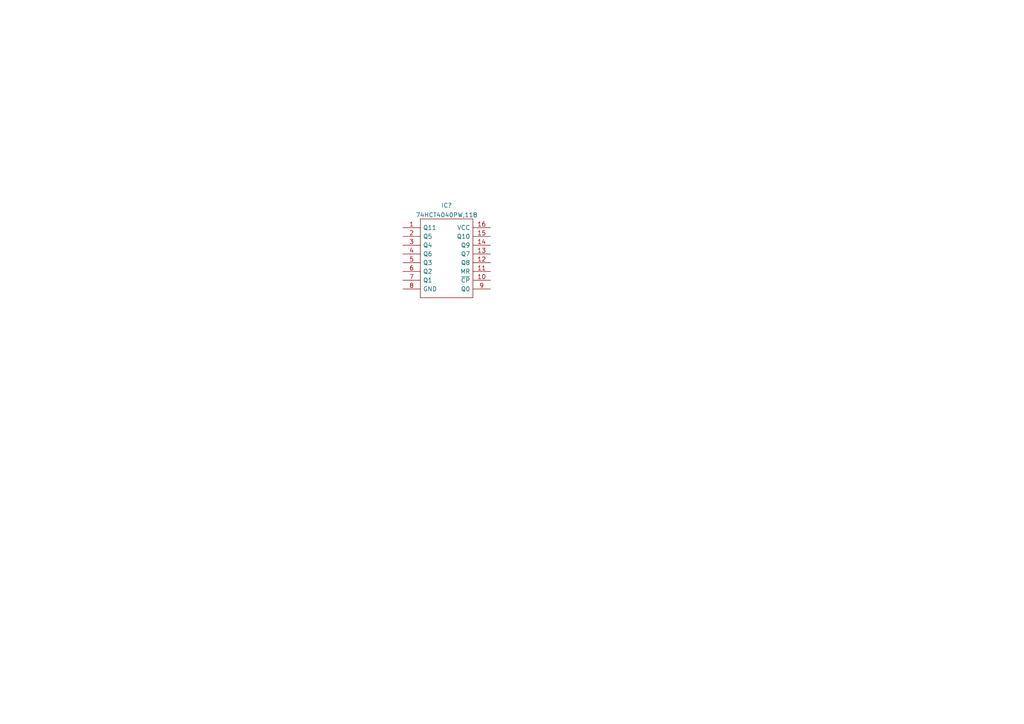
<source format=kicad_sch>
(kicad_sch (version 20211123) (generator eeschema)
  (paper "A4")
  (lib_symbols
    (symbol "Nexperia:74HCT4040PW,118" (pin_names (offset 0.762))
      (property "Reference" "IC" (at 21.59 7.62 0))
      (property "Value" "74HCT4040PW,118" (at 21.59 5.08 0))
      (symbol "74HCT4040PW,118_0_0"
        (pin passive line (at 0 0 0) (length 5.08) (name "Q11") (number "1"))
        (pin passive line (at 25.4 -15.24 180) (length 5.08) (name "~{CP}") (number "10"))
        (pin passive line (at 25.4 -12.7 180) (length 5.08) (name "MR") (number "11"))
        (pin passive line (at 25.4 -10.16 180) (length 5.08) (name "Q8") (number "12"))
        (pin passive line (at 25.4 -7.62 180) (length 5.08) (name "Q7") (number "13"))
        (pin passive line (at 25.4 -5.08 180) (length 5.08) (name "Q9") (number "14"))
        (pin passive line (at 25.4 -2.54 180) (length 5.08) (name "Q10") (number "15"))
        (pin passive line (at 25.4 0 180) (length 5.08) (name "VCC") (number "16"))
        (pin passive line (at 0 -2.54 0) (length 5.08) (name "Q5") (number "2"))
        (pin passive line (at 0 -5.08 0) (length 5.08) (name "Q4") (number "3"))
        (pin passive line (at 0 -7.62 0) (length 5.08) (name "Q6") (number "4"))
        (pin passive line (at 0 -10.16 0) (length 5.08) (name "Q3") (number "5"))
        (pin passive line (at 0 -12.7 0) (length 5.08) (name "Q2") (number "6"))
        (pin passive line (at 0 -15.24 0) (length 5.08) (name "Q1") (number "7"))
        (pin passive line (at 0 -17.78 0) (length 5.08) (name "GND") (number "8"))
        (pin passive line (at 25.4 -17.78 180) (length 5.08) (name "Q0") (number "9"))
      )
      (symbol "74HCT4040PW,118_0_1"
        (polyline (pts (xy 5.08 2.54) (xy 20.32 2.54) (xy 20.32 -20.32) (xy 5.08 -20.32) (xy 5.08 2.54)) (stroke (width 0.1524)))
      )
    )
  )
  (symbol (lib_id "Nexperia:74HCT4040PW,118") (at 116.84 66.04 0) (unit 1)
    (property "Reference" "IC?" (at 129.54 59.5843 0))
    (property "Value" "74HCT4040PW,118" (at 129.54 62.3594 0))
    (property "Footprint" "SOP65P640X110-16N" (effects hide))
    (property "Datasheet" "https://assets.nexperia.com/documents/data-sheet/74HC_HCT4040.pdf" (effects hide))
    (property "Description" "74HC(T)4040 - 12-stage binary ripple counter@en-us" (effects hide))
    (property "Height" "1.1" (effects hide))
    (property "Manufacturer_Name" "Nexperia" (effects hide))
    (property "Manufacturer_Part_Number" "74HCT4040PW,118" (effects hide))
    (property "Mouser Part Number" "771-HCT4040PW118" (effects hide))
    (property "Mouser Price/Stock" "https://www.mouser.co.uk/ProductDetail/Nexperia/74HCT4040PW118?qs=me8TqzrmIYWO3Xv2GCrOxg%3D%3D" (effects hide))
    (property "Arrow Part Number" "74HCT4040PW,118" (effects hide))
    (property "Arrow Price/Stock" "https://www.arrow.com/en/products/74hct4040pw118/nexperia" (effects hide))
  )
)
</source>
